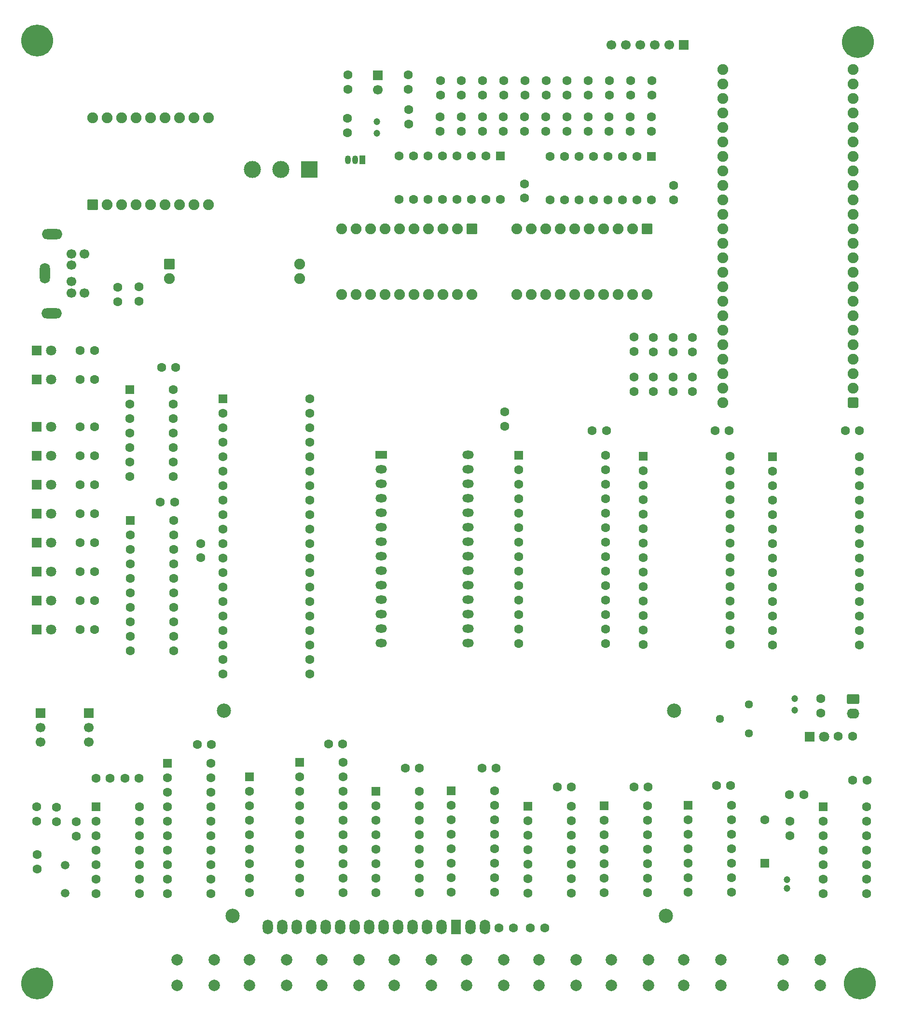
<source format=gbr>
%TF.GenerationSoftware,KiCad,Pcbnew,9.0.4-9.0.4-0~ubuntu24.04.1*%
%TF.CreationDate,2025-09-14T18:47:36-03:00*%
%TF.ProjectId,Kraft80V2,4b726166-7438-4305-9632-2e6b69636164,rev?*%
%TF.SameCoordinates,Original*%
%TF.FileFunction,Soldermask,Top*%
%TF.FilePolarity,Negative*%
%FSLAX46Y46*%
G04 Gerber Fmt 4.6, Leading zero omitted, Abs format (unit mm)*
G04 Created by KiCad (PCBNEW 9.0.4-9.0.4-0~ubuntu24.04.1) date 2025-09-14 18:47:36*
%MOMM*%
%LPD*%
G01*
G04 APERTURE LIST*
G04 Aperture macros list*
%AMRoundRect*
0 Rectangle with rounded corners*
0 $1 Rounding radius*
0 $2 $3 $4 $5 $6 $7 $8 $9 X,Y pos of 4 corners*
0 Add a 4 corners polygon primitive as box body*
4,1,4,$2,$3,$4,$5,$6,$7,$8,$9,$2,$3,0*
0 Add four circle primitives for the rounded corners*
1,1,$1+$1,$2,$3*
1,1,$1+$1,$4,$5*
1,1,$1+$1,$6,$7*
1,1,$1+$1,$8,$9*
0 Add four rect primitives between the rounded corners*
20,1,$1+$1,$2,$3,$4,$5,0*
20,1,$1+$1,$4,$5,$6,$7,0*
20,1,$1+$1,$6,$7,$8,$9,0*
20,1,$1+$1,$8,$9,$2,$3,0*%
G04 Aperture macros list end*
%ADD10C,1.500000*%
%ADD11C,2.000000*%
%ADD12RoundRect,0.250000X-0.550000X-0.550000X0.550000X-0.550000X0.550000X0.550000X-0.550000X0.550000X0*%
%ADD13C,1.600000*%
%ADD14R,1.800000X1.800000*%
%ADD15C,1.800000*%
%ADD16C,1.200000*%
%ADD17RoundRect,0.250000X-0.845000X0.620000X-0.845000X-0.620000X0.845000X-0.620000X0.845000X0.620000X0*%
%ADD18O,2.190000X1.740000*%
%ADD19R,3.000000X3.000000*%
%ADD20C,3.000000*%
%ADD21C,5.600000*%
%ADD22R,1.600000X1.600000*%
%ADD23C,1.440000*%
%ADD24RoundRect,0.285750X-0.666750X-0.666750X0.666750X-0.666750X0.666750X0.666750X-0.666750X0.666750X0*%
%ADD25C,1.905000*%
%ADD26RoundRect,0.250000X0.550000X-0.550000X0.550000X0.550000X-0.550000X0.550000X-0.550000X-0.550000X0*%
%ADD27R,1.700000X1.700000*%
%ADD28C,1.700000*%
%ADD29RoundRect,0.250000X-0.550000X0.550000X-0.550000X-0.550000X0.550000X-0.550000X0.550000X0.550000X0*%
%ADD30RoundRect,0.250000X-0.702500X0.702500X-0.702500X-0.702500X0.702500X-0.702500X0.702500X0.702500X0*%
%ADD31O,3.600000X1.800000*%
%ADD32O,1.800000X3.600000*%
%ADD33RoundRect,0.375000X0.577500X0.577500X-0.577500X0.577500X-0.577500X-0.577500X0.577500X-0.577500X0*%
%ADD34R,1.050000X1.500000*%
%ADD35O,1.050000X1.500000*%
%ADD36R,2.000000X1.440000*%
%ADD37O,2.000000X1.440000*%
%ADD38C,2.500000*%
%ADD39R,1.800000X2.600000*%
%ADD40O,1.800000X2.600000*%
%ADD41RoundRect,0.285750X0.666750X0.666750X-0.666750X0.666750X-0.666750X-0.666750X0.666750X-0.666750X0*%
G04 APERTURE END LIST*
D10*
%TO.C,X1*%
X24600000Y-175550000D03*
X24600000Y-170650000D03*
%TD*%
D11*
%TO.C,SW5*%
X101550000Y-191750000D03*
X95050000Y-191750000D03*
X101550000Y-187250000D03*
X95050000Y-187250000D03*
%TD*%
D12*
%TO.C,U9*%
X126016200Y-98933400D03*
D13*
X126016200Y-101473400D03*
X126016200Y-104013400D03*
X126016200Y-106553400D03*
X126016200Y-109093400D03*
X126016200Y-111633400D03*
X126016200Y-114173400D03*
X126016200Y-116713400D03*
X126016200Y-119253400D03*
X126016200Y-121793400D03*
X126016200Y-124333400D03*
X126016200Y-126873400D03*
X126016200Y-129413400D03*
X126016200Y-131953400D03*
X141256200Y-131953400D03*
X141256200Y-129413400D03*
X141256200Y-126873400D03*
X141256200Y-124333400D03*
X141256200Y-121793400D03*
X141256200Y-119253400D03*
X141256200Y-116713400D03*
X141256200Y-114173400D03*
X141256200Y-111633400D03*
X141256200Y-109093400D03*
X141256200Y-106553400D03*
X141256200Y-104013400D03*
X141256200Y-101473400D03*
X141256200Y-98933400D03*
%TD*%
%TO.C,R37*%
X108997600Y-33012400D03*
X108997600Y-35552400D03*
%TD*%
%TO.C,R20*%
X74195000Y-39647200D03*
X74195000Y-42187200D03*
%TD*%
D14*
%TO.C,D2*%
X155302400Y-148133200D03*
D15*
X157842400Y-148133200D03*
%TD*%
D13*
%TO.C,C12*%
X141134600Y-94412200D03*
X138634600Y-94412200D03*
%TD*%
D12*
%TO.C,U5*%
X36074800Y-110211000D03*
D13*
X36074800Y-112751000D03*
X36074800Y-115291000D03*
X36074800Y-117831000D03*
X36074800Y-120371000D03*
X36074800Y-122911000D03*
X36074800Y-125451000D03*
X36074800Y-127991000D03*
X36074800Y-130531000D03*
X36074800Y-133071000D03*
X43694800Y-133071000D03*
X43694800Y-130531000D03*
X43694800Y-127991000D03*
X43694800Y-125451000D03*
X43694800Y-122911000D03*
X43694800Y-120371000D03*
X43694800Y-117831000D03*
X43694800Y-115291000D03*
X43694800Y-112751000D03*
X43694800Y-110211000D03*
%TD*%
D11*
%TO.C,SW7*%
X126950000Y-191750000D03*
X120450000Y-191750000D03*
X126950000Y-187250000D03*
X120450000Y-187250000D03*
%TD*%
D13*
%TO.C,R21*%
X29804600Y-80366000D03*
X27264600Y-80366000D03*
%TD*%
D14*
%TO.C,D10*%
X19644600Y-109017200D03*
D15*
X22184600Y-109017200D03*
%TD*%
D11*
%TO.C,SW2*%
X63450000Y-191750000D03*
X56950000Y-191750000D03*
X63450000Y-187250000D03*
X56950000Y-187250000D03*
%TD*%
D13*
%TO.C,R10*%
X29804600Y-124257200D03*
X27264600Y-124257200D03*
%TD*%
D16*
%TO.C,C6*%
X152602400Y-141433200D03*
X152602400Y-143433200D03*
%TD*%
D13*
%TO.C,C13*%
X23100000Y-160500000D03*
X23100000Y-163000000D03*
%TD*%
%TO.C,R15*%
X29804600Y-109017200D03*
X27264600Y-109017200D03*
%TD*%
%TO.C,R17*%
X26600000Y-165550000D03*
X26600000Y-163010000D03*
%TD*%
%TO.C,C11*%
X105195600Y-53635600D03*
X105195600Y-51135600D03*
%TD*%
%TO.C,R44*%
X103240000Y-181600000D03*
X100700000Y-181600000D03*
%TD*%
D14*
%TO.C,D12*%
X19644600Y-85446000D03*
D15*
X22184600Y-85446000D03*
%TD*%
D12*
%TO.C,U18*%
X104248400Y-98755600D03*
D13*
X104248400Y-101295600D03*
X104248400Y-103835600D03*
X104248400Y-106375600D03*
X104248400Y-108915600D03*
X104248400Y-111455600D03*
X104248400Y-113995600D03*
X104248400Y-116535600D03*
X104248400Y-119075600D03*
X104248400Y-121615600D03*
X104248400Y-124155600D03*
X104248400Y-126695600D03*
X104248400Y-129235600D03*
X104248400Y-131775600D03*
X119488400Y-131775600D03*
X119488400Y-129235600D03*
X119488400Y-126695600D03*
X119488400Y-124155600D03*
X119488400Y-121615600D03*
X119488400Y-119075600D03*
X119488400Y-116535600D03*
X119488400Y-113995600D03*
X119488400Y-111455600D03*
X119488400Y-108915600D03*
X119488400Y-106375600D03*
X119488400Y-103835600D03*
X119488400Y-101295600D03*
X119488400Y-98755600D03*
%TD*%
D17*
%TO.C,CN1*%
X162902400Y-141493200D03*
D18*
X162902400Y-144033200D03*
%TD*%
D13*
%TO.C,C1*%
X48444600Y-114224200D03*
X48444600Y-116724200D03*
%TD*%
D12*
%TO.C,U93*%
X133966400Y-160096600D03*
D13*
X133966400Y-162636600D03*
X133966400Y-165176600D03*
X133966400Y-167716600D03*
X133966400Y-170256600D03*
X133966400Y-172796600D03*
X133966400Y-175336600D03*
X141586400Y-175336600D03*
X141586400Y-172796600D03*
X141586400Y-170256600D03*
X141586400Y-167716600D03*
X141586400Y-165176600D03*
X141586400Y-162636600D03*
X141586400Y-160096600D03*
%TD*%
%TO.C,R11*%
X29804600Y-129337200D03*
X27264600Y-129337200D03*
%TD*%
D19*
%TO.C,RV1*%
X67500000Y-48600000D03*
D20*
X62500000Y-48600000D03*
X57500000Y-48600000D03*
%TD*%
D13*
%TO.C,C2*%
X101733800Y-91130200D03*
X101733800Y-93630200D03*
%TD*%
%TO.C,R56*%
X120122800Y-33006000D03*
X120122800Y-35546000D03*
%TD*%
D14*
%TO.C,D6*%
X19644600Y-129337200D03*
D15*
X22184600Y-129337200D03*
%TD*%
D13*
%TO.C,R47*%
X120072000Y-41959600D03*
X120072000Y-39419600D03*
%TD*%
D12*
%TO.C,U4*%
X157664600Y-160381000D03*
D13*
X157664600Y-162921000D03*
X157664600Y-165461000D03*
X157664600Y-168001000D03*
X157664600Y-170541000D03*
X157664600Y-173081000D03*
X157664600Y-175621000D03*
X165284600Y-175621000D03*
X165284600Y-173081000D03*
X165284600Y-170541000D03*
X165284600Y-168001000D03*
X165284600Y-165461000D03*
X165284600Y-162921000D03*
X165284600Y-160381000D03*
%TD*%
%TO.C,R18*%
X19700000Y-168750000D03*
X19700000Y-171290000D03*
%TD*%
D12*
%TO.C,U11*%
X65767400Y-152603600D03*
D13*
X65767400Y-155143600D03*
X65767400Y-157683600D03*
X65767400Y-160223600D03*
X65767400Y-162763600D03*
X65767400Y-165303600D03*
X65767400Y-167843600D03*
X65767400Y-170383600D03*
X65767400Y-172923600D03*
X65767400Y-175463600D03*
X73387400Y-175463600D03*
X73387400Y-172923600D03*
X73387400Y-170383600D03*
X73387400Y-167843600D03*
X73387400Y-165303600D03*
X73387400Y-162763600D03*
X73387400Y-160223600D03*
X73387400Y-157683600D03*
X73387400Y-155143600D03*
X73387400Y-152603600D03*
%TD*%
D11*
%TO.C,SW1*%
X50750000Y-191750000D03*
X44250000Y-191750000D03*
X50750000Y-187250000D03*
X44250000Y-187250000D03*
%TD*%
D12*
%TO.C,U3*%
X79178600Y-157658200D03*
D13*
X79178600Y-160198200D03*
X79178600Y-162738200D03*
X79178600Y-165278200D03*
X79178600Y-167818200D03*
X79178600Y-170358200D03*
X79178600Y-172898200D03*
X79178600Y-175438200D03*
X86798600Y-175438200D03*
X86798600Y-172898200D03*
X86798600Y-170358200D03*
X86798600Y-167818200D03*
X86798600Y-165278200D03*
X86798600Y-162738200D03*
X86798600Y-160198200D03*
X86798600Y-157658200D03*
%TD*%
%TO.C,C8*%
X43807200Y-106934400D03*
X41307200Y-106934400D03*
%TD*%
%TO.C,R34*%
X97872400Y-33012400D03*
X97872400Y-35552400D03*
%TD*%
%TO.C,R57*%
X131282600Y-87595400D03*
X131282600Y-85055400D03*
%TD*%
%TO.C,C17*%
X73316600Y-149400000D03*
X70816600Y-149400000D03*
%TD*%
%TO.C,R45*%
X127488800Y-41959600D03*
X127488800Y-39419600D03*
%TD*%
%TO.C,C99*%
X44055800Y-83363200D03*
X41555800Y-83363200D03*
%TD*%
%TO.C,R52*%
X124450000Y-80570000D03*
X124450000Y-78030000D03*
%TD*%
%TO.C,R7*%
X162842400Y-148033200D03*
X160302400Y-148033200D03*
%TD*%
D21*
%TO.C,REF\u002A\u002A*%
X19743200Y-191410600D03*
%TD*%
D22*
%TO.C,RN1*%
X56928200Y-155143600D03*
D13*
X56928200Y-157683600D03*
X56928200Y-160223600D03*
X56928200Y-162763600D03*
X56928200Y-165303600D03*
X56928200Y-167843600D03*
X56928200Y-170383600D03*
X56928200Y-172923600D03*
X56928200Y-175463600D03*
%TD*%
D16*
%TO.C,C3*%
X151314600Y-173189600D03*
X151314600Y-174689600D03*
%TD*%
D23*
%TO.C,P1*%
X144634400Y-142418200D03*
X139554400Y-144958200D03*
X144634400Y-147498200D03*
%TD*%
D13*
%TO.C,R12*%
X29804600Y-93777200D03*
X27264600Y-93777200D03*
%TD*%
%TO.C,R14*%
X29804600Y-103937200D03*
X27264600Y-103937200D03*
%TD*%
D14*
%TO.C,D11*%
X19644600Y-80366000D03*
D15*
X22184600Y-80366000D03*
%TD*%
D13*
%TO.C,R38*%
X112706000Y-33006000D03*
X112706000Y-35546000D03*
%TD*%
%TO.C,R30*%
X84891000Y-38091800D03*
X84891000Y-40631800D03*
%TD*%
D24*
%TO.C,U13*%
X42880000Y-65260000D03*
D25*
X42880000Y-67800000D03*
X65740000Y-67800000D03*
X65740000Y-65260000D03*
%TD*%
D13*
%TO.C,R51*%
X127853600Y-80595400D03*
X127853600Y-78055400D03*
%TD*%
D21*
%TO.C,REF\u002A\u002A*%
X19750000Y-26000000D03*
%TD*%
D11*
%TO.C,SW6*%
X114250000Y-191750000D03*
X107750000Y-191750000D03*
X114250000Y-187250000D03*
X107750000Y-187250000D03*
%TD*%
D26*
%TO.C,D1*%
X147403000Y-170282000D03*
D13*
X147403000Y-162662000D03*
%TD*%
D21*
%TO.C,REF\u002A\u002A*%
X163750000Y-26250000D03*
%TD*%
D13*
%TO.C,R46*%
X123780400Y-41959600D03*
X123780400Y-39419600D03*
%TD*%
%TO.C,R31*%
X84833800Y-34605000D03*
X84833800Y-32065000D03*
%TD*%
%TO.C,R13*%
X29804600Y-98857200D03*
X27264600Y-98857200D03*
%TD*%
%TO.C,R25*%
X105238400Y-41966000D03*
X105238400Y-39426000D03*
%TD*%
D27*
%TO.C,J9*%
X133160000Y-26800000D03*
D28*
X130620000Y-26800000D03*
X128080000Y-26800000D03*
X125540000Y-26800000D03*
X123000000Y-26800000D03*
X120460000Y-26800000D03*
%TD*%
D11*
%TO.C,RST1*%
X157150000Y-191750000D03*
X150650000Y-191750000D03*
X157150000Y-187250000D03*
X150650000Y-187250000D03*
%TD*%
D13*
%TO.C,C97*%
X126910600Y-156896200D03*
X124410600Y-156896200D03*
%TD*%
D27*
%TO.C,J3*%
X79450000Y-32150000D03*
D28*
X79450000Y-34690000D03*
%TD*%
D13*
%TO.C,C9*%
X50300000Y-149500000D03*
X47800000Y-149500000D03*
%TD*%
D29*
%TO.C,U15*%
X101030000Y-46295000D03*
D13*
X98490000Y-46295000D03*
X95950000Y-46295000D03*
X93410000Y-46295000D03*
X90870000Y-46295000D03*
X88330000Y-46295000D03*
X85790000Y-46295000D03*
X83250000Y-46295000D03*
X83250000Y-53915000D03*
X85790000Y-53915000D03*
X88330000Y-53915000D03*
X90870000Y-53915000D03*
X93410000Y-53915000D03*
X95950000Y-53915000D03*
X98490000Y-53915000D03*
X101030000Y-53915000D03*
%TD*%
%TO.C,R55*%
X123831200Y-33006000D03*
X123831200Y-35546000D03*
%TD*%
%TO.C,R2*%
X151670200Y-158242400D03*
X154210200Y-158242400D03*
%TD*%
%TO.C,C90*%
X163994600Y-94412200D03*
X161494600Y-94412200D03*
%TD*%
D12*
%TO.C,U97*%
X119234400Y-160223600D03*
D13*
X119234400Y-162763600D03*
X119234400Y-165303600D03*
X119234400Y-167843600D03*
X119234400Y-170383600D03*
X119234400Y-172923600D03*
X119234400Y-175463600D03*
X126854400Y-175463600D03*
X126854400Y-172923600D03*
X126854400Y-170383600D03*
X126854400Y-167843600D03*
X126854400Y-165303600D03*
X126854400Y-162763600D03*
X126854400Y-160223600D03*
%TD*%
D30*
%TO.C,U12*%
X126770000Y-59035000D03*
D25*
X124230000Y-59035000D03*
X121690000Y-59035000D03*
X119150000Y-59035000D03*
X116610000Y-59035000D03*
X114070000Y-59035000D03*
X111530000Y-59035000D03*
X108990000Y-59035000D03*
X106450000Y-59035000D03*
X103910000Y-59035000D03*
X103910000Y-70592000D03*
X106450000Y-70592000D03*
X108990000Y-70592000D03*
X111530000Y-70592000D03*
X114070000Y-70592000D03*
X116610000Y-70592000D03*
X119150000Y-70592000D03*
X121690000Y-70592000D03*
X124230000Y-70592000D03*
X126770000Y-70592000D03*
%TD*%
D13*
%TO.C,C19*%
X141388600Y-156642200D03*
X138888600Y-156642200D03*
%TD*%
%TO.C,R9*%
X29804600Y-119177200D03*
X27264600Y-119177200D03*
%TD*%
D14*
%TO.C,D7*%
X19644600Y-93777200D03*
D15*
X22184600Y-93777200D03*
%TD*%
D12*
%TO.C,U1*%
X52280000Y-88875000D03*
D13*
X52280000Y-91415000D03*
X52280000Y-93955000D03*
X52280000Y-96495000D03*
X52280000Y-99035000D03*
X52280000Y-101575000D03*
X52280000Y-104115000D03*
X52280000Y-106655000D03*
X52280000Y-109195000D03*
X52280000Y-111735000D03*
X52280000Y-114275000D03*
X52280000Y-116815000D03*
X52280000Y-119355000D03*
X52280000Y-121895000D03*
X52280000Y-124435000D03*
X52280000Y-126975000D03*
X52280000Y-129515000D03*
X52280000Y-132055000D03*
X52280000Y-134595000D03*
X52280000Y-137135000D03*
X67520000Y-137135000D03*
X67520000Y-134595000D03*
X67520000Y-132055000D03*
X67520000Y-129515000D03*
X67520000Y-126975000D03*
X67520000Y-124435000D03*
X67520000Y-121895000D03*
X67520000Y-119355000D03*
X67520000Y-116815000D03*
X67520000Y-114275000D03*
X67520000Y-111735000D03*
X67520000Y-109195000D03*
X67520000Y-106655000D03*
X67520000Y-104115000D03*
X67520000Y-101575000D03*
X67520000Y-99035000D03*
X67520000Y-96495000D03*
X67520000Y-93955000D03*
X67520000Y-91415000D03*
X67520000Y-88875000D03*
%TD*%
%TO.C,R50*%
X131282600Y-80595400D03*
X131282600Y-78055400D03*
%TD*%
D16*
%TO.C,C21*%
X79328400Y-40276200D03*
X79328400Y-42276200D03*
%TD*%
D13*
%TO.C,R43*%
X74273800Y-34561200D03*
X74273800Y-32021200D03*
%TD*%
D30*
%TO.C,U8*%
X95980000Y-59000000D03*
D25*
X93440000Y-59000000D03*
X90900000Y-59000000D03*
X88360000Y-59000000D03*
X85820000Y-59000000D03*
X83280000Y-59000000D03*
X80740000Y-59000000D03*
X78200000Y-59000000D03*
X75660000Y-59000000D03*
X73120000Y-59000000D03*
X73120000Y-70557000D03*
X75660000Y-70557000D03*
X78200000Y-70557000D03*
X80740000Y-70557000D03*
X83280000Y-70557000D03*
X85820000Y-70557000D03*
X88360000Y-70557000D03*
X90900000Y-70557000D03*
X93440000Y-70557000D03*
X95980000Y-70557000D03*
%TD*%
D27*
%TO.C,JP1*%
X20279000Y-143971000D03*
D28*
X20279000Y-146511000D03*
X20279000Y-149051000D03*
%TD*%
D13*
%TO.C,R39*%
X33868000Y-71784200D03*
X33868000Y-69244200D03*
%TD*%
%TO.C,C18*%
X119595400Y-94412200D03*
X117095400Y-94412200D03*
%TD*%
D12*
%TO.C,U6*%
X42602600Y-152730600D03*
D13*
X42602600Y-155270600D03*
X42602600Y-157810600D03*
X42602600Y-160350600D03*
X42602600Y-162890600D03*
X42602600Y-165430600D03*
X42602600Y-167970600D03*
X42602600Y-170510600D03*
X42602600Y-173050600D03*
X42602600Y-175590600D03*
X50222600Y-175590600D03*
X50222600Y-173050600D03*
X50222600Y-170510600D03*
X50222600Y-167970600D03*
X50222600Y-165430600D03*
X50222600Y-162890600D03*
X50222600Y-160350600D03*
X50222600Y-157810600D03*
X50222600Y-155270600D03*
X50222600Y-152730600D03*
%TD*%
%TO.C,R23*%
X112655200Y-41959600D03*
X112655200Y-39419600D03*
%TD*%
D11*
%TO.C,SW8*%
X139650000Y-191750000D03*
X133150000Y-191750000D03*
X139650000Y-187250000D03*
X133150000Y-187250000D03*
%TD*%
D13*
%TO.C,C10*%
X113448600Y-156896200D03*
X110948600Y-156896200D03*
%TD*%
%TO.C,R59*%
X124450000Y-87570000D03*
X124450000Y-85030000D03*
%TD*%
D12*
%TO.C,U7*%
X105797800Y-160294800D03*
D13*
X105797800Y-162834800D03*
X105797800Y-165374800D03*
X105797800Y-167914800D03*
X105797800Y-170454800D03*
X105797800Y-172994800D03*
X105797800Y-175534800D03*
X113417800Y-175534800D03*
X113417800Y-172994800D03*
X113417800Y-170454800D03*
X113417800Y-167914800D03*
X113417800Y-165374800D03*
X113417800Y-162834800D03*
X113417800Y-160294800D03*
%TD*%
%TO.C,R16*%
X19650000Y-162950000D03*
X19650000Y-160410000D03*
%TD*%
%TO.C,R58*%
X127853600Y-87595400D03*
X127853600Y-85055400D03*
%TD*%
%TO.C,R32*%
X90455600Y-33006000D03*
X90455600Y-35546000D03*
%TD*%
D21*
%TO.C,REF\u002A\u002A*%
X164043200Y-191410600D03*
%TD*%
D31*
%TO.C,J4*%
X22311000Y-59991200D03*
X22261000Y-73831200D03*
D32*
X21041000Y-66831200D03*
D28*
X25731000Y-68311200D03*
X25741000Y-65431200D03*
X25741000Y-70311200D03*
X25741000Y-63411200D03*
X28041000Y-70311200D03*
X28041000Y-63411200D03*
%TD*%
D13*
%TO.C,C7*%
X157202400Y-141433200D03*
X157202400Y-143933200D03*
%TD*%
D12*
%TO.C,U10*%
X30083400Y-160384400D03*
D13*
X30083400Y-162924400D03*
X30083400Y-165464400D03*
X30083400Y-168004400D03*
X30083400Y-170544400D03*
X30083400Y-173084400D03*
X30083400Y-175624400D03*
X37703400Y-175624400D03*
X37703400Y-173084400D03*
X37703400Y-170544400D03*
X37703400Y-168004400D03*
X37703400Y-165464400D03*
X37703400Y-162924400D03*
X37703400Y-160384400D03*
%TD*%
D14*
%TO.C,D3*%
X19644600Y-114097200D03*
D15*
X22184600Y-114097200D03*
%TD*%
D13*
%TO.C,R41*%
X116414400Y-33006000D03*
X116414400Y-35546000D03*
%TD*%
%TO.C,R36*%
X105289200Y-33012400D03*
X105289200Y-35552400D03*
%TD*%
%TO.C,R49*%
X134686200Y-80595400D03*
X134686200Y-78055400D03*
%TD*%
%TO.C,R28*%
X94113200Y-41959600D03*
X94113200Y-39419600D03*
%TD*%
%TO.C,R22*%
X29804600Y-85446000D03*
X27264600Y-85446000D03*
%TD*%
%TO.C,R53*%
X134711600Y-87605800D03*
X134711600Y-85065800D03*
%TD*%
D14*
%TO.C,D5*%
X19644600Y-124257200D03*
D15*
X22184600Y-124257200D03*
%TD*%
D33*
%TO.C,U19*%
X162880000Y-89490000D03*
D25*
X162880000Y-86950000D03*
X162880000Y-84410000D03*
X162880000Y-81870000D03*
X162880000Y-79330000D03*
X162880000Y-76790000D03*
X162880000Y-74250000D03*
X162880000Y-71710000D03*
X162880000Y-69170000D03*
X162880000Y-66630000D03*
X162880000Y-64090000D03*
X162880000Y-61550000D03*
X162880000Y-59010000D03*
X162880000Y-56470000D03*
X162880000Y-53930000D03*
X162880000Y-51390000D03*
X162880000Y-48850000D03*
X162880000Y-46310000D03*
X162880000Y-43770000D03*
X162880000Y-41230000D03*
X162880000Y-38690000D03*
X162880000Y-36150000D03*
X162880000Y-33610000D03*
X162880000Y-31070000D03*
X140020000Y-31070000D03*
X140020000Y-33610000D03*
X140020000Y-36150000D03*
X140020000Y-38690000D03*
X140020000Y-41230000D03*
X140020000Y-43770000D03*
X140020000Y-46310000D03*
X140020000Y-48850000D03*
X140020000Y-51390000D03*
X140020000Y-53930000D03*
X140020000Y-56470000D03*
X140020000Y-59010000D03*
X140020000Y-61550000D03*
X140020000Y-64090000D03*
X140020000Y-66630000D03*
X140020000Y-69170000D03*
X140020000Y-71710000D03*
X140020000Y-74250000D03*
X140020000Y-76790000D03*
X140020000Y-79330000D03*
X140020000Y-81870000D03*
X140020000Y-84410000D03*
X140020000Y-86950000D03*
X140020000Y-89490000D03*
%TD*%
D13*
%TO.C,R1*%
X151822600Y-162966800D03*
X151822600Y-165506800D03*
%TD*%
%TO.C,R24*%
X108946800Y-41966000D03*
X108946800Y-39426000D03*
%TD*%
%TO.C,C4*%
X131390000Y-53950000D03*
X131390000Y-51450000D03*
%TD*%
%TO.C,C20*%
X106250000Y-181600000D03*
X108750000Y-181600000D03*
%TD*%
%TO.C,R40*%
X37551000Y-71758800D03*
X37551000Y-69218800D03*
%TD*%
%TO.C,R33*%
X94164000Y-33006000D03*
X94164000Y-35546000D03*
%TD*%
D14*
%TO.C,D4*%
X19644600Y-119177200D03*
D15*
X22184600Y-119177200D03*
%TD*%
D14*
%TO.C,D8*%
X19644600Y-98857200D03*
D15*
X22184600Y-98857200D03*
%TD*%
D13*
%TO.C,R27*%
X97821600Y-41966000D03*
X97821600Y-39426000D03*
%TD*%
D27*
%TO.C,JP2*%
X28788000Y-143971000D03*
D28*
X28788000Y-146511000D03*
X28788000Y-149051000D03*
%TD*%
D14*
%TO.C,D9*%
X19644600Y-103937200D03*
D15*
X22184600Y-103937200D03*
%TD*%
D13*
%TO.C,C14*%
X30027200Y-155375600D03*
X32527200Y-155375600D03*
%TD*%
%TO.C,R26*%
X101530000Y-41966000D03*
X101530000Y-39426000D03*
%TD*%
D34*
%TO.C,Q1*%
X76813800Y-46901200D03*
D35*
X75543800Y-46901200D03*
X74273800Y-46901200D03*
%TD*%
D11*
%TO.C,SW3*%
X76150000Y-191750000D03*
X69650000Y-191750000D03*
X76150000Y-187250000D03*
X69650000Y-187250000D03*
%TD*%
D29*
%TO.C,U16*%
X127496800Y-46371200D03*
D13*
X124956800Y-46371200D03*
X122416800Y-46371200D03*
X119876800Y-46371200D03*
X117336800Y-46371200D03*
X114796800Y-46371200D03*
X112256800Y-46371200D03*
X109716800Y-46371200D03*
X109716800Y-53991200D03*
X112256800Y-53991200D03*
X114796800Y-53991200D03*
X117336800Y-53991200D03*
X119876800Y-53991200D03*
X122416800Y-53991200D03*
X124956800Y-53991200D03*
X127496800Y-53991200D03*
%TD*%
%TO.C,R35*%
X101580800Y-33012400D03*
X101580800Y-35552400D03*
%TD*%
D12*
%TO.C,U90*%
X148749200Y-99035000D03*
D13*
X148749200Y-101575000D03*
X148749200Y-104115000D03*
X148749200Y-106655000D03*
X148749200Y-109195000D03*
X148749200Y-111735000D03*
X148749200Y-114275000D03*
X148749200Y-116815000D03*
X148749200Y-119355000D03*
X148749200Y-121895000D03*
X148749200Y-124435000D03*
X148749200Y-126975000D03*
X148749200Y-129515000D03*
X148749200Y-132055000D03*
X163989200Y-132055000D03*
X163989200Y-129515000D03*
X163989200Y-126975000D03*
X163989200Y-124435000D03*
X163989200Y-121895000D03*
X163989200Y-119355000D03*
X163989200Y-116815000D03*
X163989200Y-114275000D03*
X163989200Y-111735000D03*
X163989200Y-109195000D03*
X163989200Y-106655000D03*
X163989200Y-104115000D03*
X163989200Y-101575000D03*
X163989200Y-99035000D03*
%TD*%
%TO.C,C91*%
X100240600Y-153594200D03*
X97740600Y-153594200D03*
%TD*%
D36*
%TO.C,U2*%
X80067600Y-98679400D03*
D37*
X80067600Y-101219400D03*
X80067600Y-103759400D03*
X80067600Y-106299400D03*
X80067600Y-108839400D03*
X80067600Y-111379400D03*
X80067600Y-113919400D03*
X80067600Y-116459400D03*
X80067600Y-118999400D03*
X80067600Y-121539400D03*
X80067600Y-124079400D03*
X80067600Y-126619400D03*
X80067600Y-129159400D03*
X80067600Y-131699400D03*
X95307600Y-131699400D03*
X95307600Y-129159400D03*
X95307600Y-126619400D03*
X95307600Y-124079400D03*
X95307600Y-121539400D03*
X95307600Y-118999400D03*
X95307600Y-116459400D03*
X95307600Y-113919400D03*
X95307600Y-111379400D03*
X95307600Y-108839400D03*
X95307600Y-106299400D03*
X95307600Y-103759400D03*
X95307600Y-101219400D03*
X95307600Y-98679400D03*
%TD*%
D13*
%TO.C,R29*%
X90404800Y-41959600D03*
X90404800Y-39419600D03*
%TD*%
%TO.C,R54*%
X127539600Y-33006000D03*
X127539600Y-35546000D03*
%TD*%
%TO.C,R8*%
X29804600Y-114097200D03*
X27264600Y-114097200D03*
%TD*%
D38*
%TO.C,LCD1*%
X131500000Y-143500000D03*
X130000000Y-179500000D03*
X54000000Y-179500000D03*
X52500000Y-143500000D03*
D39*
X93220000Y-181500000D03*
D40*
X90680000Y-181500000D03*
X88140000Y-181500000D03*
X85600000Y-181500000D03*
X83060000Y-181500000D03*
X80520000Y-181500000D03*
X77980000Y-181500000D03*
X75440000Y-181500000D03*
X72900000Y-181500000D03*
X70360000Y-181500000D03*
X67820000Y-181500000D03*
X65280000Y-181500000D03*
X62734920Y-181497460D03*
X60200000Y-181500000D03*
X98300000Y-181500000D03*
X95754920Y-181497460D03*
%TD*%
D11*
%TO.C,SW4*%
X88850000Y-191750000D03*
X82350000Y-191750000D03*
X88850000Y-187250000D03*
X82350000Y-187250000D03*
%TD*%
D12*
%TO.C,U91*%
X92386600Y-157556600D03*
D13*
X92386600Y-160096600D03*
X92386600Y-162636600D03*
X92386600Y-165176600D03*
X92386600Y-167716600D03*
X92386600Y-170256600D03*
X92386600Y-172796600D03*
X92386600Y-175336600D03*
X100006600Y-175336600D03*
X100006600Y-172796600D03*
X100006600Y-170256600D03*
X100006600Y-167716600D03*
X100006600Y-165176600D03*
X100006600Y-162636600D03*
X100006600Y-160096600D03*
X100006600Y-157556600D03*
%TD*%
%TO.C,C5*%
X86778600Y-153594200D03*
X84278600Y-153594200D03*
%TD*%
%TO.C,C15*%
X37607200Y-155401000D03*
X35107200Y-155401000D03*
%TD*%
%TO.C,C16*%
X165315400Y-155753200D03*
X162815400Y-155753200D03*
%TD*%
D41*
%TO.C,U17*%
X29470000Y-54825000D03*
D25*
X32010000Y-54825000D03*
X34550000Y-54825000D03*
X37090000Y-54825000D03*
X39630000Y-54825000D03*
X42170000Y-54825000D03*
X44710000Y-54825000D03*
X47250000Y-54825000D03*
X49790000Y-54825000D03*
X49790000Y-39585000D03*
X47250000Y-39585000D03*
X44710000Y-39585000D03*
X42170000Y-39585000D03*
X39630000Y-39585000D03*
X37090000Y-39585000D03*
X34550000Y-39585000D03*
X32010000Y-39585000D03*
X29470000Y-39585000D03*
%TD*%
D12*
%TO.C,U99*%
X35973200Y-87249400D03*
D13*
X35973200Y-89789400D03*
X35973200Y-92329400D03*
X35973200Y-94869400D03*
X35973200Y-97409400D03*
X35973200Y-99949400D03*
X35973200Y-102489400D03*
X43593200Y-102489400D03*
X43593200Y-99949400D03*
X43593200Y-97409400D03*
X43593200Y-94869400D03*
X43593200Y-92329400D03*
X43593200Y-89789400D03*
X43593200Y-87249400D03*
%TD*%
%TO.C,R48*%
X116363600Y-41959600D03*
X116363600Y-39419600D03*
%TD*%
M02*

</source>
